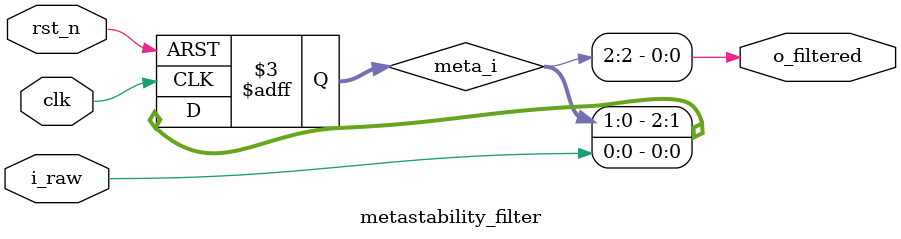
<source format=sv>

module metastability_filter #(
  parameter NB_STAGES = 3
)(
  input  wire  rst_n      , // Asynchronous reset (active low)
  input  wire  clk        , // Clock (rising edge)

  input  wire  i_raw      , // Raw input
  output wire  o_filtered   // Filtered output
);

  reg [NB_STAGES-1:0]  meta_i;

  always @(negedge rst_n or posedge clk) begin
    if (rst_n == 1'b0) begin
      meta_i <= 'b0;
    end else begin
      meta_i <= {meta_i[NB_STAGES-2: 0],i_raw};
    end
  end
  assign o_filtered = meta_i[NB_STAGES-1];

endmodule

</source>
